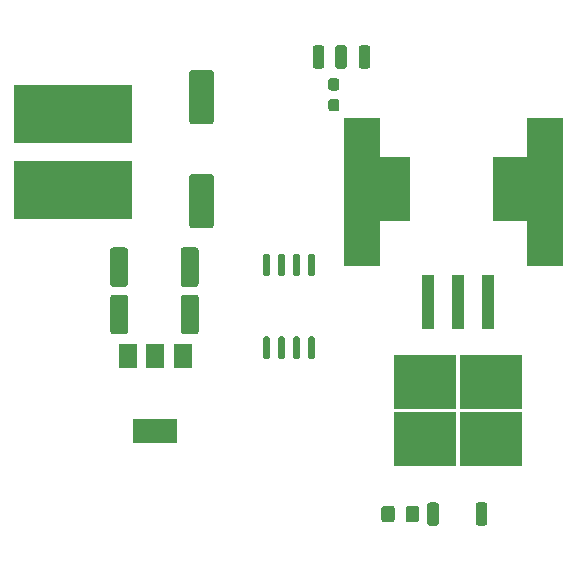
<source format=gbr>
%TF.GenerationSoftware,KiCad,Pcbnew,(5.1.6-0-10_14)*%
%TF.CreationDate,2021-01-01T01:37:36+01:00*%
%TF.ProjectId,driver,64726976-6572-42e6-9b69-6361645f7063,rev?*%
%TF.SameCoordinates,Original*%
%TF.FileFunction,Paste,Top*%
%TF.FilePolarity,Positive*%
%FSLAX46Y46*%
G04 Gerber Fmt 4.6, Leading zero omitted, Abs format (unit mm)*
G04 Created by KiCad (PCBNEW (5.1.6-0-10_14)) date 2021-01-01 01:37:36*
%MOMM*%
%LPD*%
G01*
G04 APERTURE LIST*
%ADD10R,1.100000X4.600000*%
%ADD11R,5.250000X4.550000*%
%ADD12R,10.000000X5.000000*%
%ADD13R,3.150000X12.500000*%
%ADD14R,2.900000X5.400000*%
%ADD15R,3.800000X2.000000*%
%ADD16R,1.500000X2.000000*%
G04 APERTURE END LIST*
%TO.C,C4*%
G36*
G01*
X43300000Y-44600000D02*
X41700000Y-44600000D01*
G75*
G02*
X41450000Y-44350000I0J250000D01*
G01*
X41450000Y-40250000D01*
G75*
G02*
X41700000Y-40000000I250000J0D01*
G01*
X43300000Y-40000000D01*
G75*
G02*
X43550000Y-40250000I0J-250000D01*
G01*
X43550000Y-44350000D01*
G75*
G02*
X43300000Y-44600000I-250000J0D01*
G01*
G37*
G36*
G01*
X43300000Y-35800000D02*
X41700000Y-35800000D01*
G75*
G02*
X41450000Y-35550000I0J250000D01*
G01*
X41450000Y-31450000D01*
G75*
G02*
X41700000Y-31200000I250000J0D01*
G01*
X43300000Y-31200000D01*
G75*
G02*
X43550000Y-31450000I0J-250000D01*
G01*
X43550000Y-35550000D01*
G75*
G02*
X43300000Y-35800000I-250000J0D01*
G01*
G37*
%TD*%
D10*
%TO.C,D1*%
X66740000Y-50850000D03*
X64200000Y-50850000D03*
X61660000Y-50850000D03*
D11*
X61425000Y-62425000D03*
X66975000Y-57575000D03*
X66975000Y-62425000D03*
X61425000Y-57575000D03*
%TD*%
D12*
%TO.C,GND1*%
X31600000Y-34900000D03*
%TD*%
%TO.C,GND2*%
G36*
G01*
X51900000Y-30850000D02*
X51900000Y-29350000D01*
G75*
G02*
X52150000Y-29100000I250000J0D01*
G01*
X52650000Y-29100000D01*
G75*
G02*
X52900000Y-29350000I0J-250000D01*
G01*
X52900000Y-30850000D01*
G75*
G02*
X52650000Y-31100000I-250000J0D01*
G01*
X52150000Y-31100000D01*
G75*
G02*
X51900000Y-30850000I0J250000D01*
G01*
G37*
%TD*%
%TO.C,JLED+1*%
G36*
G01*
X65700000Y-69550000D02*
X65700000Y-68050000D01*
G75*
G02*
X65950000Y-67800000I250000J0D01*
G01*
X66450000Y-67800000D01*
G75*
G02*
X66700000Y-68050000I0J-250000D01*
G01*
X66700000Y-69550000D01*
G75*
G02*
X66450000Y-69800000I-250000J0D01*
G01*
X65950000Y-69800000D01*
G75*
G02*
X65700000Y-69550000I0J250000D01*
G01*
G37*
%TD*%
%TO.C,JLED-1*%
G36*
G01*
X61600000Y-69550000D02*
X61600000Y-68050000D01*
G75*
G02*
X61850000Y-67800000I250000J0D01*
G01*
X62350000Y-67800000D01*
G75*
G02*
X62600000Y-68050000I0J-250000D01*
G01*
X62600000Y-69550000D01*
G75*
G02*
X62350000Y-69800000I-250000J0D01*
G01*
X61850000Y-69800000D01*
G75*
G02*
X61600000Y-69550000I0J250000D01*
G01*
G37*
%TD*%
D13*
%TO.C,L1*%
X56075000Y-41550000D03*
X71575000Y-41550000D03*
%TD*%
D14*
%TO.C,L2*%
X58750000Y-41300000D03*
X68650000Y-41300000D03*
%TD*%
%TO.C,PWMin1*%
G36*
G01*
X53800000Y-30850000D02*
X53800000Y-29350000D01*
G75*
G02*
X54050000Y-29100000I250000J0D01*
G01*
X54550000Y-29100000D01*
G75*
G02*
X54800000Y-29350000I0J-250000D01*
G01*
X54800000Y-30850000D01*
G75*
G02*
X54550000Y-31100000I-250000J0D01*
G01*
X54050000Y-31100000D01*
G75*
G02*
X53800000Y-30850000I0J250000D01*
G01*
G37*
%TD*%
D15*
%TO.C,Q1*%
X38600000Y-61750000D03*
D16*
X38600000Y-55450000D03*
X36300000Y-55450000D03*
X40900000Y-55450000D03*
%TD*%
%TO.C,Rfb1*%
G36*
G01*
X60925000Y-68349999D02*
X60925000Y-69250001D01*
G75*
G02*
X60675001Y-69500000I-249999J0D01*
G01*
X60024999Y-69500000D01*
G75*
G02*
X59775000Y-69250001I0J249999D01*
G01*
X59775000Y-68349999D01*
G75*
G02*
X60024999Y-68100000I249999J0D01*
G01*
X60675001Y-68100000D01*
G75*
G02*
X60925000Y-68349999I0J-249999D01*
G01*
G37*
G36*
G01*
X58875000Y-68349999D02*
X58875000Y-69250001D01*
G75*
G02*
X58625001Y-69500000I-249999J0D01*
G01*
X57974999Y-69500000D01*
G75*
G02*
X57725000Y-69250001I0J249999D01*
G01*
X57725000Y-68349999D01*
G75*
G02*
X57974999Y-68100000I249999J0D01*
G01*
X58625001Y-68100000D01*
G75*
G02*
X58875000Y-68349999I0J-249999D01*
G01*
G37*
%TD*%
%TO.C,Rocp1*%
G36*
G01*
X34762500Y-53325001D02*
X34762500Y-50474999D01*
G75*
G02*
X35012499Y-50225000I249999J0D01*
G01*
X36037501Y-50225000D01*
G75*
G02*
X36287500Y-50474999I0J-249999D01*
G01*
X36287500Y-53325001D01*
G75*
G02*
X36037501Y-53575000I-249999J0D01*
G01*
X35012499Y-53575000D01*
G75*
G02*
X34762500Y-53325001I0J249999D01*
G01*
G37*
G36*
G01*
X40737500Y-53325001D02*
X40737500Y-50474999D01*
G75*
G02*
X40987499Y-50225000I249999J0D01*
G01*
X42012501Y-50225000D01*
G75*
G02*
X42262500Y-50474999I0J-249999D01*
G01*
X42262500Y-53325001D01*
G75*
G02*
X42012501Y-53575000I-249999J0D01*
G01*
X40987499Y-53575000D01*
G75*
G02*
X40737500Y-53325001I0J249999D01*
G01*
G37*
%TD*%
%TO.C,Rocp2*%
G36*
G01*
X40725000Y-49325001D02*
X40725000Y-46474999D01*
G75*
G02*
X40974999Y-46225000I249999J0D01*
G01*
X42000001Y-46225000D01*
G75*
G02*
X42250000Y-46474999I0J-249999D01*
G01*
X42250000Y-49325001D01*
G75*
G02*
X42000001Y-49575000I-249999J0D01*
G01*
X40974999Y-49575000D01*
G75*
G02*
X40725000Y-49325001I0J249999D01*
G01*
G37*
G36*
G01*
X34750000Y-49325001D02*
X34750000Y-46474999D01*
G75*
G02*
X34999999Y-46225000I249999J0D01*
G01*
X36025001Y-46225000D01*
G75*
G02*
X36275000Y-46474999I0J-249999D01*
G01*
X36275000Y-49325001D01*
G75*
G02*
X36025001Y-49575000I-249999J0D01*
G01*
X34999999Y-49575000D01*
G75*
G02*
X34750000Y-49325001I0J249999D01*
G01*
G37*
%TD*%
%TO.C,RPWM1*%
G36*
G01*
X53462500Y-31900000D02*
X53937500Y-31900000D01*
G75*
G02*
X54175000Y-32137500I0J-237500D01*
G01*
X54175000Y-32712500D01*
G75*
G02*
X53937500Y-32950000I-237500J0D01*
G01*
X53462500Y-32950000D01*
G75*
G02*
X53225000Y-32712500I0J237500D01*
G01*
X53225000Y-32137500D01*
G75*
G02*
X53462500Y-31900000I237500J0D01*
G01*
G37*
G36*
G01*
X53462500Y-33650000D02*
X53937500Y-33650000D01*
G75*
G02*
X54175000Y-33887500I0J-237500D01*
G01*
X54175000Y-34462500D01*
G75*
G02*
X53937500Y-34700000I-237500J0D01*
G01*
X53462500Y-34700000D01*
G75*
G02*
X53225000Y-34462500I0J237500D01*
G01*
X53225000Y-33887500D01*
G75*
G02*
X53462500Y-33650000I237500J0D01*
G01*
G37*
%TD*%
%TO.C,U1*%
G36*
G01*
X51655000Y-46750000D02*
X51955000Y-46750000D01*
G75*
G02*
X52105000Y-46900000I0J-150000D01*
G01*
X52105000Y-48500000D01*
G75*
G02*
X51955000Y-48650000I-150000J0D01*
G01*
X51655000Y-48650000D01*
G75*
G02*
X51505000Y-48500000I0J150000D01*
G01*
X51505000Y-46900000D01*
G75*
G02*
X51655000Y-46750000I150000J0D01*
G01*
G37*
G36*
G01*
X50385000Y-46750000D02*
X50685000Y-46750000D01*
G75*
G02*
X50835000Y-46900000I0J-150000D01*
G01*
X50835000Y-48500000D01*
G75*
G02*
X50685000Y-48650000I-150000J0D01*
G01*
X50385000Y-48650000D01*
G75*
G02*
X50235000Y-48500000I0J150000D01*
G01*
X50235000Y-46900000D01*
G75*
G02*
X50385000Y-46750000I150000J0D01*
G01*
G37*
G36*
G01*
X49115000Y-46750000D02*
X49415000Y-46750000D01*
G75*
G02*
X49565000Y-46900000I0J-150000D01*
G01*
X49565000Y-48500000D01*
G75*
G02*
X49415000Y-48650000I-150000J0D01*
G01*
X49115000Y-48650000D01*
G75*
G02*
X48965000Y-48500000I0J150000D01*
G01*
X48965000Y-46900000D01*
G75*
G02*
X49115000Y-46750000I150000J0D01*
G01*
G37*
G36*
G01*
X47845000Y-46750000D02*
X48145000Y-46750000D01*
G75*
G02*
X48295000Y-46900000I0J-150000D01*
G01*
X48295000Y-48500000D01*
G75*
G02*
X48145000Y-48650000I-150000J0D01*
G01*
X47845000Y-48650000D01*
G75*
G02*
X47695000Y-48500000I0J150000D01*
G01*
X47695000Y-46900000D01*
G75*
G02*
X47845000Y-46750000I150000J0D01*
G01*
G37*
G36*
G01*
X47845000Y-53750000D02*
X48145000Y-53750000D01*
G75*
G02*
X48295000Y-53900000I0J-150000D01*
G01*
X48295000Y-55500000D01*
G75*
G02*
X48145000Y-55650000I-150000J0D01*
G01*
X47845000Y-55650000D01*
G75*
G02*
X47695000Y-55500000I0J150000D01*
G01*
X47695000Y-53900000D01*
G75*
G02*
X47845000Y-53750000I150000J0D01*
G01*
G37*
G36*
G01*
X49115000Y-53750000D02*
X49415000Y-53750000D01*
G75*
G02*
X49565000Y-53900000I0J-150000D01*
G01*
X49565000Y-55500000D01*
G75*
G02*
X49415000Y-55650000I-150000J0D01*
G01*
X49115000Y-55650000D01*
G75*
G02*
X48965000Y-55500000I0J150000D01*
G01*
X48965000Y-53900000D01*
G75*
G02*
X49115000Y-53750000I150000J0D01*
G01*
G37*
G36*
G01*
X50385000Y-53750000D02*
X50685000Y-53750000D01*
G75*
G02*
X50835000Y-53900000I0J-150000D01*
G01*
X50835000Y-55500000D01*
G75*
G02*
X50685000Y-55650000I-150000J0D01*
G01*
X50385000Y-55650000D01*
G75*
G02*
X50235000Y-55500000I0J150000D01*
G01*
X50235000Y-53900000D01*
G75*
G02*
X50385000Y-53750000I150000J0D01*
G01*
G37*
G36*
G01*
X51655000Y-53750000D02*
X51955000Y-53750000D01*
G75*
G02*
X52105000Y-53900000I0J-150000D01*
G01*
X52105000Y-55500000D01*
G75*
G02*
X51955000Y-55650000I-150000J0D01*
G01*
X51655000Y-55650000D01*
G75*
G02*
X51505000Y-55500000I0J150000D01*
G01*
X51505000Y-53900000D01*
G75*
G02*
X51655000Y-53750000I150000J0D01*
G01*
G37*
%TD*%
D12*
%TO.C,Vin1*%
X31600000Y-41400000D03*
%TD*%
%TO.C,Vin2*%
G36*
G01*
X55800000Y-30850000D02*
X55800000Y-29350000D01*
G75*
G02*
X56050000Y-29100000I250000J0D01*
G01*
X56550000Y-29100000D01*
G75*
G02*
X56800000Y-29350000I0J-250000D01*
G01*
X56800000Y-30850000D01*
G75*
G02*
X56550000Y-31100000I-250000J0D01*
G01*
X56050000Y-31100000D01*
G75*
G02*
X55800000Y-30850000I0J250000D01*
G01*
G37*
%TD*%
M02*

</source>
